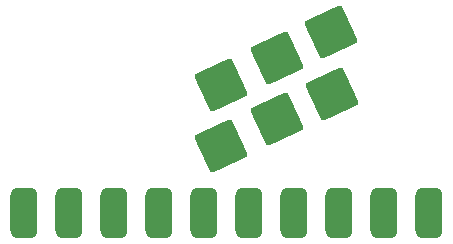
<source format=gbr>
%TF.GenerationSoftware,KiCad,Pcbnew,7.0.10*%
%TF.CreationDate,2024-03-09T11:41:47+01:00*%
%TF.ProjectId,ScartPCB,53636172-7450-4434-922e-6b696361645f,0*%
%TF.SameCoordinates,PX76bb820PY7641700*%
%TF.FileFunction,Soldermask,Bot*%
%TF.FilePolarity,Negative*%
%FSLAX46Y46*%
G04 Gerber Fmt 4.6, Leading zero omitted, Abs format (unit mm)*
G04 Created by KiCad (PCBNEW 7.0.10) date 2024-03-09 11:41:47*
%MOMM*%
%LPD*%
G01*
G04 APERTURE LIST*
G04 Aperture macros list*
%AMRoundRect*
0 Rectangle with rounded corners*
0 $1 Rounding radius*
0 $2 $3 $4 $5 $6 $7 $8 $9 X,Y pos of 4 corners*
0 Add a 4 corners polygon primitive as box body*
4,1,4,$2,$3,$4,$5,$6,$7,$8,$9,$2,$3,0*
0 Add four circle primitives for the rounded corners*
1,1,$1+$1,$2,$3*
1,1,$1+$1,$4,$5*
1,1,$1+$1,$6,$7*
1,1,$1+$1,$8,$9*
0 Add four rect primitives between the rounded corners*
20,1,$1+$1,$2,$3,$4,$5,0*
20,1,$1+$1,$4,$5,$6,$7,0*
20,1,$1+$1,$6,$7,$8,$9,0*
20,1,$1+$1,$8,$9,$2,$3,0*%
G04 Aperture macros list end*
%ADD10RoundRect,0.250002X1.993386X-0.725533X0.725533X1.993386X-1.993386X0.725533X-0.725533X-1.993386X0*%
%ADD11RoundRect,0.571500X-0.571500X-1.562000X0.571500X-1.562000X0.571500X1.562000X-0.571500X1.562000X0*%
G04 APERTURE END LIST*
D10*
%TO.C,J7*%
X28535000Y12748000D03*
%TD*%
%TO.C,J4*%
X19137000Y13510000D03*
%TD*%
%TO.C,J6*%
X19137000Y8303000D03*
%TD*%
%TO.C,J2*%
X28408000Y17955000D03*
%TD*%
%TO.C,J3*%
X23836000Y15796000D03*
%TD*%
%TO.C,J5*%
X23836000Y10589000D03*
%TD*%
D11*
%TO.C,J1*%
X36747500Y2642500D03*
X32937500Y2642500D03*
X29127500Y2642500D03*
X25317500Y2642500D03*
X21507500Y2642500D03*
X17697500Y2642500D03*
X13887500Y2642500D03*
X10077500Y2642500D03*
X6267500Y2642500D03*
X2457500Y2642500D03*
%TD*%
M02*

</source>
